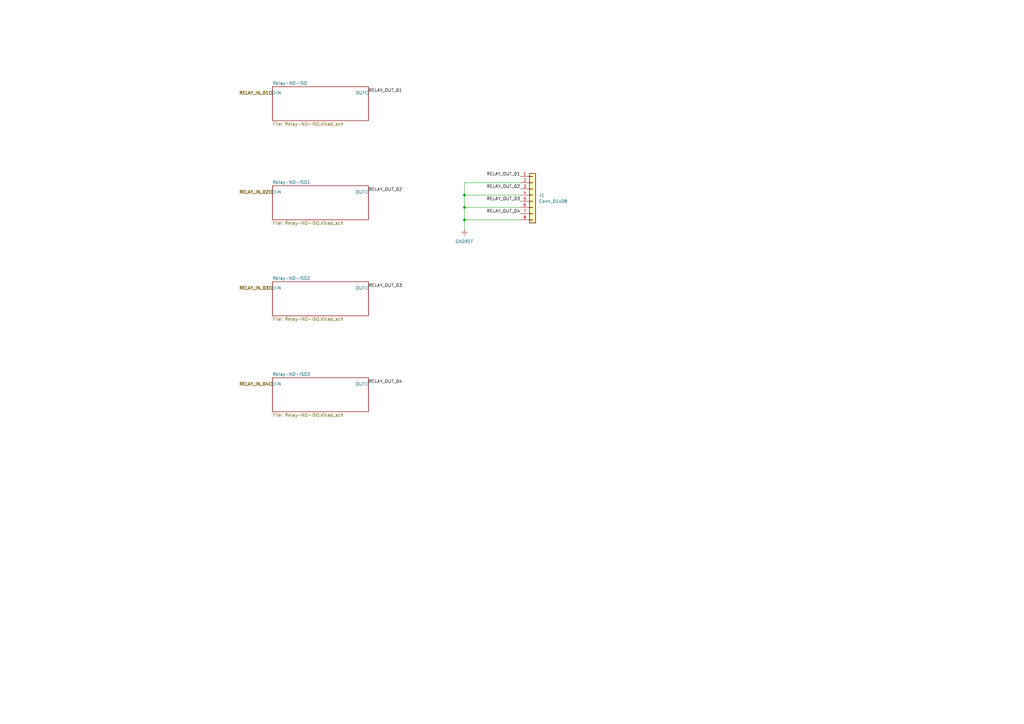
<source format=kicad_sch>
(kicad_sch (version 20231120) (generator "eeschema") (generator_version "8.0")
  (paper "A3")
  (lib_symbols
    (symbol "Connector_Generic:Conn_01x08" (pin_names (offset 1.016) hide)
      (property "Reference" "J" (at 0 10.16 0))
      (property "Value" "Conn_01x08" (at 0 -12.7 0))
      (symbol "Conn_01x08_1_1"
        (rectangle (start -1.27 -10.033) (end 0 -10.287) (stroke (width 0.1524)))
        (rectangle (start -1.27 -7.493) (end 0 -7.747) (stroke (width 0.1524)))
        (rectangle (start -1.27 -4.953) (end 0 -5.207) (stroke (width 0.1524)))
        (rectangle (start -1.27 -2.413) (end 0 -2.667) (stroke (width 0.1524)))
        (rectangle (start -1.27 0.127) (end 0 -0.127) (stroke (width 0.1524)))
        (rectangle (start -1.27 2.667) (end 0 2.413) (stroke (width 0.1524)))
        (rectangle (start -1.27 5.207) (end 0 4.953) (stroke (width 0.1524)))
        (rectangle (start -1.27 7.747) (end 0 7.493) (stroke (width 0.1524)))
        (rectangle (start -1.27 8.89) (end 1.27 -11.43) (stroke (width 0.254)) (fill (type background)))
        (pin passive line (at -5.08 7.62 0) (length 3.81) (name "Pin_1") (number "1"))
        (pin passive line (at -5.08 5.08 0) (length 3.81) (name "Pin_2") (number "2"))
        (pin passive line (at -5.08 2.54 0) (length 3.81) (name "Pin_3") (number "3"))
        (pin passive line (at -5.08 0 0) (length 3.81) (name "Pin_4") (number "4"))
        (pin passive line (at -5.08 -2.54 0) (length 3.81) (name "Pin_5") (number "5"))
        (pin passive line (at -5.08 -5.08 0) (length 3.81) (name "Pin_6") (number "6"))
        (pin passive line (at -5.08 -7.62 0) (length 3.81) (name "Pin_7") (number "7"))
        (pin passive line (at -5.08 -10.16 0) (length 3.81) (name "Pin_8") (number "8"))
      )
    )
    (symbol "power:GNDREF" (power) (pin_numbers hide) (pin_names (offset 0) hide)
      (property "Value" "GNDREF" (at 0 -3.81 0))
      (symbol "GNDREF_0_1"
        (polyline (pts (xy -0.635 -1.905) (xy 0.635 -1.905)))
        (polyline (pts (xy -0.127 -2.54) (xy 0.127 -2.54)))
        (polyline (pts (xy 0 -1.27) (xy 0 0)))
        (polyline (pts (xy 1.27 -1.27) (xy -1.27 -1.27)))
      )
      (symbol "GNDREF_1_1"
        (pin power_in line (at 0 0 270) (length 0) (name "~") (number "1"))
      )
    )
  )
  (junction (at 190.5 90.17))
  (junction (at 190.5 85.09))
  (junction (at 190.5 80.01))
  (wire (pts (xy 213.36 74.93) (xy 190.5 74.93)))
  (wire (pts (xy 190.5 90.17) (xy 213.36 90.17)))
  (wire (pts (xy 190.5 74.93) (xy 190.5 80.01)))
  (wire (pts (xy 190.5 80.01) (xy 190.5 85.09)))
  (wire (pts (xy 213.36 80.01) (xy 190.5 80.01)))
  (wire (pts (xy 213.36 85.09) (xy 190.5 85.09)))
  (wire (pts (xy 190.5 93.98) (xy 190.5 90.17)))
  (wire (pts (xy 190.5 85.09) (xy 190.5 90.17)))
  (label "RELAY_OUT_02" (at 151.13 78.74 0))
  (label "RELAY_OUT_01" (at 151.13 38.1 0))
  (label "RELAY_OUT_02" (at 213.36 77.47 180))
  (label "RELAY_OUT_04" (at 213.36 87.63 180))
  (label "RELAY_OUT_03" (at 151.13 118.11 0))
  (label "RELAY_OUT_03" (at 213.36 82.55 180))
  (label "RELAY_OUT_01" (at 213.36 72.39 180))
  (label "RELAY_OUT_04" (at 151.13 157.48 0))
  (hierarchical_label "RELAY_IN_04" (shape input) (at 111.76 157.48 180) (effects (font (bold yes))))
  (hierarchical_label "RELAY_IN_01" (shape input) (at 111.76 38.1 180) (effects (font (bold yes))))
  (hierarchical_label "RELAY_IN_02" (shape input) (at 111.76 78.74 180) (effects (font (bold yes))))
  (hierarchical_label "RELAY_IN_03" (shape input) (at 111.76 118.11 180) (effects (font (bold yes))))
  (symbol (lib_id "Connector_Generic:Conn_01x08") (at 218.44 80.01 0) (unit 1)
    (property "Reference" "J1" (at 220.98 80.0099 0) (effects (justify left)))
    (property "Value" "Conn_01x08" (at 220.98 82.5499 0) (effects (justify left)))
    (property "Footprint" "Header:PhoenixContact_MSTBA_2,5_8-G-5,08_1x08_P5.08mm_Horizontal" (effects (hide yes)))
    (property "Description" "Generic connector, single row, 01x08, script generated (kicad-library-utils/schlib/autogen/connector/)" (effects (hide yes)))
    (instances (project "RS232-Relay" (path "" (reference "J1") (unit 1)) (path "" (reference "J3") (unit 1)) (path "" (reference "J6") (unit 1))))
  )
  (symbol (lib_id "power:GNDREF") (at 190.5 93.98 0) (unit 1)
    (property "Reference" "#PWR0126" (effects (hide yes)))
    (property "Value" "GNDREF" (at 190.5 99.06 0))
    (property "Description" "Power symbol creates a global label with name \"GNDREF\" , reference supply ground" (effects (hide yes)))
    (instances (project "RS232-Relay" (path "" (reference "#PWR0126") (unit 1)) (path "" (reference "#PWR0127") (unit 1)) (path "" (reference "#PWR0128") (unit 1))))
  )
  (sheet (at 111.76 115.57) (size 39.37 13.97) (stroke (width 0.1524))
    (property "Sheetname" "Relay-NO-ISO2" (at 111.76 114.8584 0) (effects (justify left bottom)))
    (property "Sheetfile" "Relay-NO-ISO.kicad_sch" (at 111.76 130.1246 0) (effects (justify left top)))
    (pin "OUT" input (at 151.13 118.11 0))
    (pin "IN" input (at 111.76 118.11 180))
  )
  (sheet (at 111.76 76.2) (size 39.37 13.97) (stroke (width 0.1524))
    (property "Sheetname" "Relay-NO-ISO1" (at 111.76 75.4884 0) (effects (justify left bottom)))
    (property "Sheetfile" "Relay-NO-ISO.kicad_sch" (at 111.76 90.7546 0) (effects (justify left top)))
    (pin "OUT" input (at 151.13 78.74 0))
    (pin "IN" input (at 111.76 78.74 180))
  )
  (sheet (at 111.76 154.94) (size 39.37 13.97) (stroke (width 0.1524))
    (property "Sheetname" "Relay-NO-ISO3" (at 111.76 154.2284 0) (effects (justify left bottom)))
    (property "Sheetfile" "Relay-NO-ISO.kicad_sch" (at 111.76 169.4946 0) (effects (justify left top)))
    (pin "OUT" input (at 151.13 157.48 0))
    (pin "IN" input (at 111.76 157.48 180))
  )
  (sheet (at 111.76 35.56) (size 39.37 13.97) (stroke (width 0.1524))
    (property "Sheetname" "Relay-NO-ISO" (at 111.76 34.8484 0) (effects (justify left bottom)))
    (property "Sheetfile" "Relay-NO-ISO.kicad_sch" (at 111.76 50.1146 0) (effects (justify left top)))
    (pin "OUT" input (at 151.13 38.1 0))
    (pin "IN" input (at 111.76 38.1 180))
  )
)
</source>
